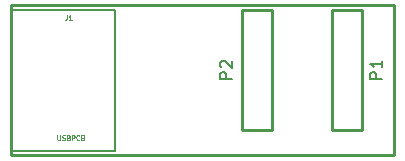
<source format=gto>
G04 (created by PCBNEW-RS274X (2012-apr-16-27)-stable) date Mon 26 Aug 2013 06:45:51 PM IST*
G01*
G70*
G90*
%MOIN*%
G04 Gerber Fmt 3.4, Leading zero omitted, Abs format*
%FSLAX34Y34*%
G04 APERTURE LIST*
%ADD10C,0.006000*%
%ADD11C,0.011100*%
%ADD12C,0.005000*%
%ADD13C,0.010000*%
%ADD14C,0.003500*%
%ADD15C,0.008000*%
G04 APERTURE END LIST*
G54D10*
G54D11*
X33000Y-43250D02*
X33000Y-38250D01*
X45750Y-43250D02*
X33000Y-43250D01*
X45750Y-38250D02*
X45750Y-43250D01*
X33000Y-38250D02*
X45750Y-38250D01*
G54D12*
X33032Y-38388D02*
X36456Y-38388D01*
X36456Y-38388D02*
X36456Y-43112D01*
X36456Y-43112D02*
X33032Y-43112D01*
X33032Y-43112D02*
X33032Y-38388D01*
G54D13*
X43700Y-42400D02*
X43700Y-38400D01*
X44700Y-42400D02*
X44700Y-38400D01*
X44700Y-38400D02*
X43700Y-38400D01*
X43700Y-42400D02*
X44700Y-42400D01*
X41700Y-38400D02*
X41700Y-42400D01*
X40700Y-38400D02*
X40700Y-42400D01*
X40700Y-42400D02*
X41700Y-42400D01*
X41700Y-38400D02*
X40700Y-38400D01*
G54D14*
X34847Y-38575D02*
X34847Y-38689D01*
X34839Y-38712D01*
X34824Y-38727D01*
X34801Y-38735D01*
X34786Y-38735D01*
X35007Y-38735D02*
X34915Y-38735D01*
X34961Y-38735D02*
X34961Y-38575D01*
X34946Y-38598D01*
X34931Y-38613D01*
X34915Y-38620D01*
X34538Y-42575D02*
X34538Y-42704D01*
X34546Y-42720D01*
X34553Y-42727D01*
X34569Y-42735D01*
X34599Y-42735D01*
X34614Y-42727D01*
X34622Y-42720D01*
X34630Y-42704D01*
X34630Y-42575D01*
X34698Y-42727D02*
X34721Y-42735D01*
X34759Y-42735D01*
X34775Y-42727D01*
X34782Y-42720D01*
X34790Y-42704D01*
X34790Y-42689D01*
X34782Y-42674D01*
X34775Y-42666D01*
X34759Y-42659D01*
X34729Y-42651D01*
X34714Y-42643D01*
X34706Y-42636D01*
X34698Y-42620D01*
X34698Y-42605D01*
X34706Y-42590D01*
X34714Y-42582D01*
X34729Y-42575D01*
X34767Y-42575D01*
X34790Y-42582D01*
X34911Y-42651D02*
X34934Y-42659D01*
X34942Y-42666D01*
X34950Y-42681D01*
X34950Y-42704D01*
X34942Y-42720D01*
X34934Y-42727D01*
X34919Y-42735D01*
X34858Y-42735D01*
X34858Y-42575D01*
X34911Y-42575D01*
X34927Y-42582D01*
X34934Y-42590D01*
X34942Y-42605D01*
X34942Y-42620D01*
X34934Y-42636D01*
X34927Y-42643D01*
X34911Y-42651D01*
X34858Y-42651D01*
X35018Y-42735D02*
X35018Y-42575D01*
X35079Y-42575D01*
X35094Y-42582D01*
X35102Y-42590D01*
X35110Y-42605D01*
X35110Y-42628D01*
X35102Y-42643D01*
X35094Y-42651D01*
X35079Y-42659D01*
X35018Y-42659D01*
X35270Y-42720D02*
X35262Y-42727D01*
X35239Y-42735D01*
X35224Y-42735D01*
X35201Y-42727D01*
X35186Y-42712D01*
X35178Y-42697D01*
X35170Y-42666D01*
X35170Y-42643D01*
X35178Y-42613D01*
X35186Y-42598D01*
X35201Y-42582D01*
X35224Y-42575D01*
X35239Y-42575D01*
X35262Y-42582D01*
X35270Y-42590D01*
X35391Y-42651D02*
X35414Y-42659D01*
X35422Y-42666D01*
X35430Y-42681D01*
X35430Y-42704D01*
X35422Y-42720D01*
X35414Y-42727D01*
X35399Y-42735D01*
X35338Y-42735D01*
X35338Y-42575D01*
X35391Y-42575D01*
X35407Y-42582D01*
X35414Y-42590D01*
X35422Y-42605D01*
X35422Y-42620D01*
X35414Y-42636D01*
X35407Y-42643D01*
X35391Y-42651D01*
X35338Y-42651D01*
G54D15*
X45362Y-40695D02*
X44962Y-40695D01*
X44962Y-40542D01*
X44981Y-40504D01*
X45000Y-40485D01*
X45038Y-40466D01*
X45095Y-40466D01*
X45133Y-40485D01*
X45152Y-40504D01*
X45171Y-40542D01*
X45171Y-40695D01*
X45362Y-40085D02*
X45362Y-40314D01*
X45362Y-40200D02*
X44962Y-40200D01*
X45019Y-40238D01*
X45057Y-40276D01*
X45076Y-40314D01*
X40362Y-40695D02*
X39962Y-40695D01*
X39962Y-40542D01*
X39981Y-40504D01*
X40000Y-40485D01*
X40038Y-40466D01*
X40095Y-40466D01*
X40133Y-40485D01*
X40152Y-40504D01*
X40171Y-40542D01*
X40171Y-40695D01*
X40000Y-40314D02*
X39981Y-40295D01*
X39962Y-40257D01*
X39962Y-40161D01*
X39981Y-40123D01*
X40000Y-40104D01*
X40038Y-40085D01*
X40076Y-40085D01*
X40133Y-40104D01*
X40362Y-40333D01*
X40362Y-40085D01*
M02*

</source>
